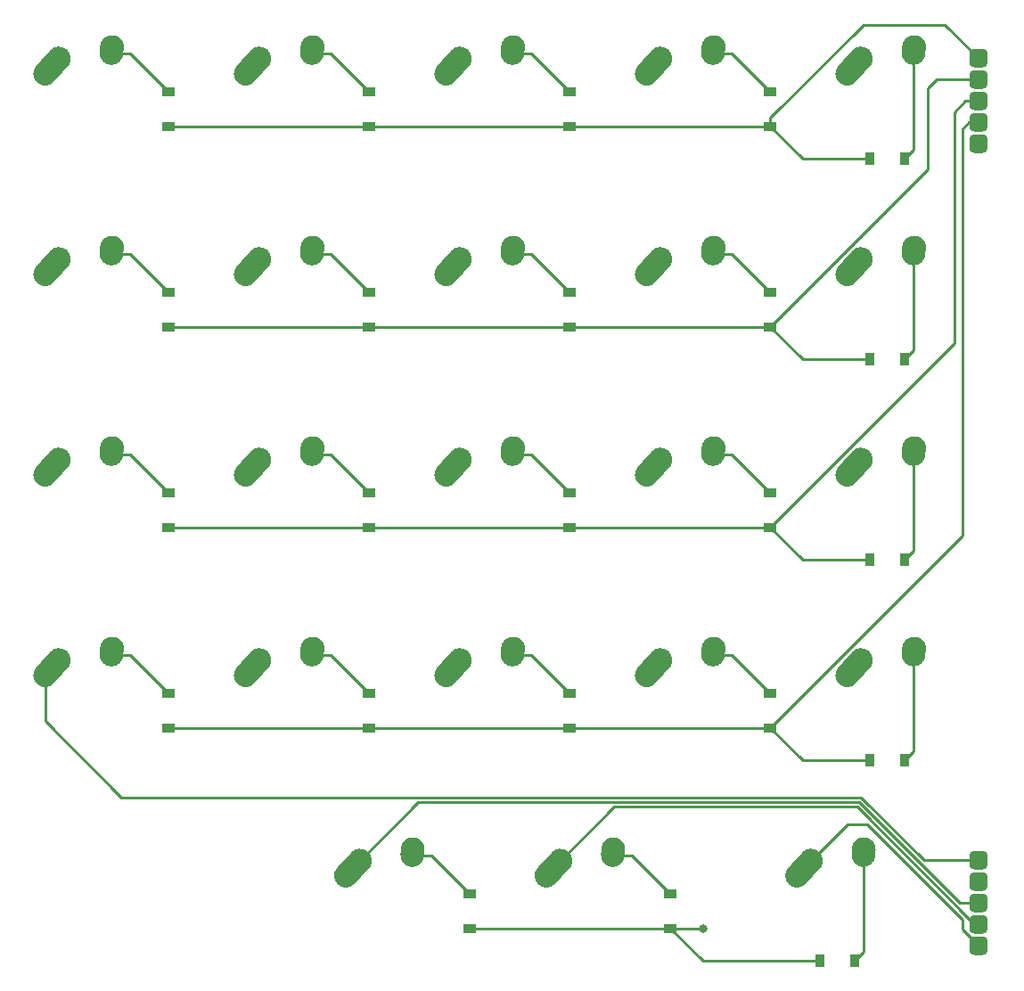
<source format=gbl>
%TF.GenerationSoftware,KiCad,Pcbnew,(5.1.12)-1*%
%TF.CreationDate,2022-01-03T19:53:38-05:00*%
%TF.ProjectId,my-keeb-type-c-modular-1,6d792d6b-6565-4622-9d74-7970652d632d,rev?*%
%TF.SameCoordinates,Original*%
%TF.FileFunction,Copper,L2,Bot*%
%TF.FilePolarity,Positive*%
%FSLAX46Y46*%
G04 Gerber Fmt 4.6, Leading zero omitted, Abs format (unit mm)*
G04 Created by KiCad (PCBNEW (5.1.12)-1) date 2022-01-03 19:53:38*
%MOMM*%
%LPD*%
G01*
G04 APERTURE LIST*
%TA.AperFunction,ComponentPad*%
%ADD10C,2.250000*%
%TD*%
%TA.AperFunction,SMDPad,CuDef*%
%ADD11R,0.900000X1.200000*%
%TD*%
%TA.AperFunction,SMDPad,CuDef*%
%ADD12R,1.200000X0.900000*%
%TD*%
%TA.AperFunction,ViaPad*%
%ADD13C,0.800000*%
%TD*%
%TA.AperFunction,Conductor*%
%ADD14C,0.254000*%
%TD*%
G04 APERTURE END LIST*
D10*
%TO.P,MX21,1*%
%TO.N,COL4*%
X104656250Y-65056250D03*
%TA.AperFunction,ComponentPad*%
G36*
G01*
X102594938Y-67353600D02*
X102594933Y-67353595D01*
G75*
G02*
X102508905Y-65764933I751317J837345D01*
G01*
X103818907Y-64304933D01*
G75*
G02*
X105407569Y-64218905I837345J-751317D01*
G01*
X105407569Y-64218905D01*
G75*
G02*
X105493597Y-65807567I-751317J-837345D01*
G01*
X104183595Y-67267567D01*
G75*
G02*
X102594933Y-67353595I-837345J751317D01*
G01*
G37*
%TD.AperFunction*%
%TO.P,MX21,2*%
%TO.N,Net-(D21-Pad2)*%
X109696250Y-63976250D03*
%TA.AperFunction,ComponentPad*%
G36*
G01*
X109579733Y-65678645D02*
X109578847Y-65678584D01*
G75*
G02*
X108533916Y-64478847I77403J1122334D01*
G01*
X108573916Y-63898847D01*
G75*
G02*
X109773653Y-62853916I1122334J-77403D01*
G01*
X109773653Y-62853916D01*
G75*
G02*
X110818584Y-64053653I-77403J-1122334D01*
G01*
X110778584Y-64633653D01*
G75*
G02*
X109578847Y-65678584I-1122334J77403D01*
G01*
G37*
%TD.AperFunction*%
%TD*%
%TO.P,M2,1*%
%TO.N,COL0*%
%TA.AperFunction,ComponentPad*%
G36*
G01*
X114947700Y-103562150D02*
X114947700Y-102685850D01*
G75*
G02*
X115385850Y-102247700I438150J0D01*
G01*
X116262150Y-102247700D01*
G75*
G02*
X116700300Y-102685850I0J-438150D01*
G01*
X116700300Y-103562150D01*
G75*
G02*
X116262150Y-104000300I-438150J0D01*
G01*
X115385850Y-104000300D01*
G75*
G02*
X114947700Y-103562150I0J438150D01*
G01*
G37*
%TD.AperFunction*%
%TO.P,M2,2*%
%TO.N,COL1*%
%TA.AperFunction,ComponentPad*%
G36*
G01*
X114947700Y-105594150D02*
X114947700Y-104717850D01*
G75*
G02*
X115385850Y-104279700I438150J0D01*
G01*
X116262150Y-104279700D01*
G75*
G02*
X116700300Y-104717850I0J-438150D01*
G01*
X116700300Y-105594150D01*
G75*
G02*
X116262150Y-106032300I-438150J0D01*
G01*
X115385850Y-106032300D01*
G75*
G02*
X114947700Y-105594150I0J438150D01*
G01*
G37*
%TD.AperFunction*%
%TO.P,M2,3*%
%TO.N,COL2*%
%TA.AperFunction,ComponentPad*%
G36*
G01*
X114947700Y-107626150D02*
X114947700Y-106749850D01*
G75*
G02*
X115385850Y-106311700I438150J0D01*
G01*
X116262150Y-106311700D01*
G75*
G02*
X116700300Y-106749850I0J-438150D01*
G01*
X116700300Y-107626150D01*
G75*
G02*
X116262150Y-108064300I-438150J0D01*
G01*
X115385850Y-108064300D01*
G75*
G02*
X114947700Y-107626150I0J438150D01*
G01*
G37*
%TD.AperFunction*%
%TO.P,M2,4*%
%TO.N,COL3*%
%TA.AperFunction,ComponentPad*%
G36*
G01*
X114947700Y-109658150D02*
X114947700Y-108781850D01*
G75*
G02*
X115385850Y-108343700I438150J0D01*
G01*
X116262150Y-108343700D01*
G75*
G02*
X116700300Y-108781850I0J-438150D01*
G01*
X116700300Y-109658150D01*
G75*
G02*
X116262150Y-110096300I-438150J0D01*
G01*
X115385850Y-110096300D01*
G75*
G02*
X114947700Y-109658150I0J438150D01*
G01*
G37*
%TD.AperFunction*%
%TO.P,M2,5*%
%TO.N,COL4*%
%TA.AperFunction,ComponentPad*%
G36*
G01*
X114947700Y-111690150D02*
X114947700Y-110813850D01*
G75*
G02*
X115385850Y-110375700I438150J0D01*
G01*
X116262150Y-110375700D01*
G75*
G02*
X116700300Y-110813850I0J-438150D01*
G01*
X116700300Y-111690150D01*
G75*
G02*
X116262150Y-112128300I-438150J0D01*
G01*
X115385850Y-112128300D01*
G75*
G02*
X114947700Y-111690150I0J438150D01*
G01*
G37*
%TD.AperFunction*%
%TD*%
%TO.P,M1,5*%
%TO.N,ROW4*%
%TA.AperFunction,ComponentPad*%
G36*
G01*
X114947700Y-35490150D02*
X114947700Y-34613850D01*
G75*
G02*
X115385850Y-34175700I438150J0D01*
G01*
X116262150Y-34175700D01*
G75*
G02*
X116700300Y-34613850I0J-438150D01*
G01*
X116700300Y-35490150D01*
G75*
G02*
X116262150Y-35928300I-438150J0D01*
G01*
X115385850Y-35928300D01*
G75*
G02*
X114947700Y-35490150I0J438150D01*
G01*
G37*
%TD.AperFunction*%
%TO.P,M1,4*%
%TO.N,ROW3*%
%TA.AperFunction,ComponentPad*%
G36*
G01*
X114947700Y-33458150D02*
X114947700Y-32581850D01*
G75*
G02*
X115385850Y-32143700I438150J0D01*
G01*
X116262150Y-32143700D01*
G75*
G02*
X116700300Y-32581850I0J-438150D01*
G01*
X116700300Y-33458150D01*
G75*
G02*
X116262150Y-33896300I-438150J0D01*
G01*
X115385850Y-33896300D01*
G75*
G02*
X114947700Y-33458150I0J438150D01*
G01*
G37*
%TD.AperFunction*%
%TO.P,M1,3*%
%TO.N,ROW2*%
%TA.AperFunction,ComponentPad*%
G36*
G01*
X114947700Y-31426150D02*
X114947700Y-30549850D01*
G75*
G02*
X115385850Y-30111700I438150J0D01*
G01*
X116262150Y-30111700D01*
G75*
G02*
X116700300Y-30549850I0J-438150D01*
G01*
X116700300Y-31426150D01*
G75*
G02*
X116262150Y-31864300I-438150J0D01*
G01*
X115385850Y-31864300D01*
G75*
G02*
X114947700Y-31426150I0J438150D01*
G01*
G37*
%TD.AperFunction*%
%TO.P,M1,2*%
%TO.N,ROW1*%
%TA.AperFunction,ComponentPad*%
G36*
G01*
X114947700Y-29394150D02*
X114947700Y-28517850D01*
G75*
G02*
X115385850Y-28079700I438150J0D01*
G01*
X116262150Y-28079700D01*
G75*
G02*
X116700300Y-28517850I0J-438150D01*
G01*
X116700300Y-29394150D01*
G75*
G02*
X116262150Y-29832300I-438150J0D01*
G01*
X115385850Y-29832300D01*
G75*
G02*
X114947700Y-29394150I0J438150D01*
G01*
G37*
%TD.AperFunction*%
%TO.P,M1,1*%
%TO.N,ROW0*%
%TA.AperFunction,ComponentPad*%
G36*
G01*
X114947700Y-27362150D02*
X114947700Y-26485850D01*
G75*
G02*
X115385850Y-26047700I438150J0D01*
G01*
X116262150Y-26047700D01*
G75*
G02*
X116700300Y-26485850I0J-438150D01*
G01*
X116700300Y-27362150D01*
G75*
G02*
X116262150Y-27800300I-438150J0D01*
G01*
X115385850Y-27800300D01*
G75*
G02*
X114947700Y-27362150I0J438150D01*
G01*
G37*
%TD.AperFunction*%
%TD*%
%TO.P,MX19,1*%
%TO.N,COL4*%
X104656250Y-26956250D03*
%TA.AperFunction,ComponentPad*%
G36*
G01*
X102594938Y-29253600D02*
X102594933Y-29253595D01*
G75*
G02*
X102508905Y-27664933I751317J837345D01*
G01*
X103818907Y-26204933D01*
G75*
G02*
X105407569Y-26118905I837345J-751317D01*
G01*
X105407569Y-26118905D01*
G75*
G02*
X105493597Y-27707567I-751317J-837345D01*
G01*
X104183595Y-29167567D01*
G75*
G02*
X102594933Y-29253595I-837345J751317D01*
G01*
G37*
%TD.AperFunction*%
%TO.P,MX19,2*%
%TO.N,Net-(D19-Pad2)*%
X109696250Y-25876250D03*
%TA.AperFunction,ComponentPad*%
G36*
G01*
X109579733Y-27578645D02*
X109578847Y-27578584D01*
G75*
G02*
X108533916Y-26378847I77403J1122334D01*
G01*
X108573916Y-25798847D01*
G75*
G02*
X109773653Y-24753916I1122334J-77403D01*
G01*
X109773653Y-24753916D01*
G75*
G02*
X110818584Y-25953653I-77403J-1122334D01*
G01*
X110778584Y-26533653D01*
G75*
G02*
X109578847Y-27578584I-1122334J77403D01*
G01*
G37*
%TD.AperFunction*%
%TD*%
%TO.P,MX18,1*%
%TO.N,COL3*%
X76081250Y-103156250D03*
%TA.AperFunction,ComponentPad*%
G36*
G01*
X74019938Y-105453600D02*
X74019933Y-105453595D01*
G75*
G02*
X73933905Y-103864933I751317J837345D01*
G01*
X75243907Y-102404933D01*
G75*
G02*
X76832569Y-102318905I837345J-751317D01*
G01*
X76832569Y-102318905D01*
G75*
G02*
X76918597Y-103907567I-751317J-837345D01*
G01*
X75608595Y-105367567D01*
G75*
G02*
X74019933Y-105453595I-837345J751317D01*
G01*
G37*
%TD.AperFunction*%
%TO.P,MX18,2*%
%TO.N,Net-(D18-Pad2)*%
X81121250Y-102076250D03*
%TA.AperFunction,ComponentPad*%
G36*
G01*
X81004733Y-103778645D02*
X81003847Y-103778584D01*
G75*
G02*
X79958916Y-102578847I77403J1122334D01*
G01*
X79998916Y-101998847D01*
G75*
G02*
X81198653Y-100953916I1122334J-77403D01*
G01*
X81198653Y-100953916D01*
G75*
G02*
X82243584Y-102153653I-77403J-1122334D01*
G01*
X82203584Y-102733653D01*
G75*
G02*
X81003847Y-103778584I-1122334J77403D01*
G01*
G37*
%TD.AperFunction*%
%TD*%
%TO.P,MX23,1*%
%TO.N,COL4*%
X99893750Y-103156250D03*
%TA.AperFunction,ComponentPad*%
G36*
G01*
X97832438Y-105453600D02*
X97832433Y-105453595D01*
G75*
G02*
X97746405Y-103864933I751317J837345D01*
G01*
X99056407Y-102404933D01*
G75*
G02*
X100645069Y-102318905I837345J-751317D01*
G01*
X100645069Y-102318905D01*
G75*
G02*
X100731097Y-103907567I-751317J-837345D01*
G01*
X99421095Y-105367567D01*
G75*
G02*
X97832433Y-105453595I-837345J751317D01*
G01*
G37*
%TD.AperFunction*%
%TO.P,MX23,2*%
%TO.N,Net-(D23-Pad2)*%
X104933750Y-102076250D03*
%TA.AperFunction,ComponentPad*%
G36*
G01*
X104817233Y-103778645D02*
X104816347Y-103778584D01*
G75*
G02*
X103771416Y-102578847I77403J1122334D01*
G01*
X103811416Y-101998847D01*
G75*
G02*
X105011153Y-100953916I1122334J-77403D01*
G01*
X105011153Y-100953916D01*
G75*
G02*
X106056084Y-102153653I-77403J-1122334D01*
G01*
X106016084Y-102733653D01*
G75*
G02*
X104816347Y-103778584I-1122334J77403D01*
G01*
G37*
%TD.AperFunction*%
%TD*%
%TO.P,MX22,1*%
%TO.N,COL4*%
X104656250Y-84106250D03*
%TA.AperFunction,ComponentPad*%
G36*
G01*
X102594938Y-86403600D02*
X102594933Y-86403595D01*
G75*
G02*
X102508905Y-84814933I751317J837345D01*
G01*
X103818907Y-83354933D01*
G75*
G02*
X105407569Y-83268905I837345J-751317D01*
G01*
X105407569Y-83268905D01*
G75*
G02*
X105493597Y-84857567I-751317J-837345D01*
G01*
X104183595Y-86317567D01*
G75*
G02*
X102594933Y-86403595I-837345J751317D01*
G01*
G37*
%TD.AperFunction*%
%TO.P,MX22,2*%
%TO.N,Net-(D22-Pad2)*%
X109696250Y-83026250D03*
%TA.AperFunction,ComponentPad*%
G36*
G01*
X109579733Y-84728645D02*
X109578847Y-84728584D01*
G75*
G02*
X108533916Y-83528847I77403J1122334D01*
G01*
X108573916Y-82948847D01*
G75*
G02*
X109773653Y-81903916I1122334J-77403D01*
G01*
X109773653Y-81903916D01*
G75*
G02*
X110818584Y-83103653I-77403J-1122334D01*
G01*
X110778584Y-83683653D01*
G75*
G02*
X109578847Y-84728584I-1122334J77403D01*
G01*
G37*
%TD.AperFunction*%
%TD*%
%TO.P,MX20,1*%
%TO.N,COL4*%
X104656250Y-46006250D03*
%TA.AperFunction,ComponentPad*%
G36*
G01*
X102594938Y-48303600D02*
X102594933Y-48303595D01*
G75*
G02*
X102508905Y-46714933I751317J837345D01*
G01*
X103818907Y-45254933D01*
G75*
G02*
X105407569Y-45168905I837345J-751317D01*
G01*
X105407569Y-45168905D01*
G75*
G02*
X105493597Y-46757567I-751317J-837345D01*
G01*
X104183595Y-48217567D01*
G75*
G02*
X102594933Y-48303595I-837345J751317D01*
G01*
G37*
%TD.AperFunction*%
%TO.P,MX20,2*%
%TO.N,Net-(D20-Pad2)*%
X109696250Y-44926250D03*
%TA.AperFunction,ComponentPad*%
G36*
G01*
X109579733Y-46628645D02*
X109578847Y-46628584D01*
G75*
G02*
X108533916Y-45428847I77403J1122334D01*
G01*
X108573916Y-44848847D01*
G75*
G02*
X109773653Y-43803916I1122334J-77403D01*
G01*
X109773653Y-43803916D01*
G75*
G02*
X110818584Y-45003653I-77403J-1122334D01*
G01*
X110778584Y-45583653D01*
G75*
G02*
X109578847Y-46628584I-1122334J77403D01*
G01*
G37*
%TD.AperFunction*%
%TD*%
%TO.P,MX17,1*%
%TO.N,COL3*%
X85606250Y-84106250D03*
%TA.AperFunction,ComponentPad*%
G36*
G01*
X83544938Y-86403600D02*
X83544933Y-86403595D01*
G75*
G02*
X83458905Y-84814933I751317J837345D01*
G01*
X84768907Y-83354933D01*
G75*
G02*
X86357569Y-83268905I837345J-751317D01*
G01*
X86357569Y-83268905D01*
G75*
G02*
X86443597Y-84857567I-751317J-837345D01*
G01*
X85133595Y-86317567D01*
G75*
G02*
X83544933Y-86403595I-837345J751317D01*
G01*
G37*
%TD.AperFunction*%
%TO.P,MX17,2*%
%TO.N,Net-(D17-Pad2)*%
X90646250Y-83026250D03*
%TA.AperFunction,ComponentPad*%
G36*
G01*
X90529733Y-84728645D02*
X90528847Y-84728584D01*
G75*
G02*
X89483916Y-83528847I77403J1122334D01*
G01*
X89523916Y-82948847D01*
G75*
G02*
X90723653Y-81903916I1122334J-77403D01*
G01*
X90723653Y-81903916D01*
G75*
G02*
X91768584Y-83103653I-77403J-1122334D01*
G01*
X91728584Y-83683653D01*
G75*
G02*
X90528847Y-84728584I-1122334J77403D01*
G01*
G37*
%TD.AperFunction*%
%TD*%
%TO.P,MX16,1*%
%TO.N,COL3*%
X85606250Y-65056250D03*
%TA.AperFunction,ComponentPad*%
G36*
G01*
X83544938Y-67353600D02*
X83544933Y-67353595D01*
G75*
G02*
X83458905Y-65764933I751317J837345D01*
G01*
X84768907Y-64304933D01*
G75*
G02*
X86357569Y-64218905I837345J-751317D01*
G01*
X86357569Y-64218905D01*
G75*
G02*
X86443597Y-65807567I-751317J-837345D01*
G01*
X85133595Y-67267567D01*
G75*
G02*
X83544933Y-67353595I-837345J751317D01*
G01*
G37*
%TD.AperFunction*%
%TO.P,MX16,2*%
%TO.N,Net-(D16-Pad2)*%
X90646250Y-63976250D03*
%TA.AperFunction,ComponentPad*%
G36*
G01*
X90529733Y-65678645D02*
X90528847Y-65678584D01*
G75*
G02*
X89483916Y-64478847I77403J1122334D01*
G01*
X89523916Y-63898847D01*
G75*
G02*
X90723653Y-62853916I1122334J-77403D01*
G01*
X90723653Y-62853916D01*
G75*
G02*
X91768584Y-64053653I-77403J-1122334D01*
G01*
X91728584Y-64633653D01*
G75*
G02*
X90528847Y-65678584I-1122334J77403D01*
G01*
G37*
%TD.AperFunction*%
%TD*%
%TO.P,MX15,1*%
%TO.N,COL3*%
X85606250Y-46006250D03*
%TA.AperFunction,ComponentPad*%
G36*
G01*
X83544938Y-48303600D02*
X83544933Y-48303595D01*
G75*
G02*
X83458905Y-46714933I751317J837345D01*
G01*
X84768907Y-45254933D01*
G75*
G02*
X86357569Y-45168905I837345J-751317D01*
G01*
X86357569Y-45168905D01*
G75*
G02*
X86443597Y-46757567I-751317J-837345D01*
G01*
X85133595Y-48217567D01*
G75*
G02*
X83544933Y-48303595I-837345J751317D01*
G01*
G37*
%TD.AperFunction*%
%TO.P,MX15,2*%
%TO.N,Net-(D15-Pad2)*%
X90646250Y-44926250D03*
%TA.AperFunction,ComponentPad*%
G36*
G01*
X90529733Y-46628645D02*
X90528847Y-46628584D01*
G75*
G02*
X89483916Y-45428847I77403J1122334D01*
G01*
X89523916Y-44848847D01*
G75*
G02*
X90723653Y-43803916I1122334J-77403D01*
G01*
X90723653Y-43803916D01*
G75*
G02*
X91768584Y-45003653I-77403J-1122334D01*
G01*
X91728584Y-45583653D01*
G75*
G02*
X90528847Y-46628584I-1122334J77403D01*
G01*
G37*
%TD.AperFunction*%
%TD*%
%TO.P,MX14,1*%
%TO.N,COL3*%
X85606250Y-26956250D03*
%TA.AperFunction,ComponentPad*%
G36*
G01*
X83544938Y-29253600D02*
X83544933Y-29253595D01*
G75*
G02*
X83458905Y-27664933I751317J837345D01*
G01*
X84768907Y-26204933D01*
G75*
G02*
X86357569Y-26118905I837345J-751317D01*
G01*
X86357569Y-26118905D01*
G75*
G02*
X86443597Y-27707567I-751317J-837345D01*
G01*
X85133595Y-29167567D01*
G75*
G02*
X83544933Y-29253595I-837345J751317D01*
G01*
G37*
%TD.AperFunction*%
%TO.P,MX14,2*%
%TO.N,Net-(D14-Pad2)*%
X90646250Y-25876250D03*
%TA.AperFunction,ComponentPad*%
G36*
G01*
X90529733Y-27578645D02*
X90528847Y-27578584D01*
G75*
G02*
X89483916Y-26378847I77403J1122334D01*
G01*
X89523916Y-25798847D01*
G75*
G02*
X90723653Y-24753916I1122334J-77403D01*
G01*
X90723653Y-24753916D01*
G75*
G02*
X91768584Y-25953653I-77403J-1122334D01*
G01*
X91728584Y-26533653D01*
G75*
G02*
X90528847Y-27578584I-1122334J77403D01*
G01*
G37*
%TD.AperFunction*%
%TD*%
%TO.P,MX13,1*%
%TO.N,COL2*%
X57031250Y-103156250D03*
%TA.AperFunction,ComponentPad*%
G36*
G01*
X54969938Y-105453600D02*
X54969933Y-105453595D01*
G75*
G02*
X54883905Y-103864933I751317J837345D01*
G01*
X56193907Y-102404933D01*
G75*
G02*
X57782569Y-102318905I837345J-751317D01*
G01*
X57782569Y-102318905D01*
G75*
G02*
X57868597Y-103907567I-751317J-837345D01*
G01*
X56558595Y-105367567D01*
G75*
G02*
X54969933Y-105453595I-837345J751317D01*
G01*
G37*
%TD.AperFunction*%
%TO.P,MX13,2*%
%TO.N,Net-(D13-Pad2)*%
X62071250Y-102076250D03*
%TA.AperFunction,ComponentPad*%
G36*
G01*
X61954733Y-103778645D02*
X61953847Y-103778584D01*
G75*
G02*
X60908916Y-102578847I77403J1122334D01*
G01*
X60948916Y-101998847D01*
G75*
G02*
X62148653Y-100953916I1122334J-77403D01*
G01*
X62148653Y-100953916D01*
G75*
G02*
X63193584Y-102153653I-77403J-1122334D01*
G01*
X63153584Y-102733653D01*
G75*
G02*
X61953847Y-103778584I-1122334J77403D01*
G01*
G37*
%TD.AperFunction*%
%TD*%
%TO.P,MX12,1*%
%TO.N,COL2*%
X66556250Y-84106250D03*
%TA.AperFunction,ComponentPad*%
G36*
G01*
X64494938Y-86403600D02*
X64494933Y-86403595D01*
G75*
G02*
X64408905Y-84814933I751317J837345D01*
G01*
X65718907Y-83354933D01*
G75*
G02*
X67307569Y-83268905I837345J-751317D01*
G01*
X67307569Y-83268905D01*
G75*
G02*
X67393597Y-84857567I-751317J-837345D01*
G01*
X66083595Y-86317567D01*
G75*
G02*
X64494933Y-86403595I-837345J751317D01*
G01*
G37*
%TD.AperFunction*%
%TO.P,MX12,2*%
%TO.N,Net-(D12-Pad2)*%
X71596250Y-83026250D03*
%TA.AperFunction,ComponentPad*%
G36*
G01*
X71479733Y-84728645D02*
X71478847Y-84728584D01*
G75*
G02*
X70433916Y-83528847I77403J1122334D01*
G01*
X70473916Y-82948847D01*
G75*
G02*
X71673653Y-81903916I1122334J-77403D01*
G01*
X71673653Y-81903916D01*
G75*
G02*
X72718584Y-83103653I-77403J-1122334D01*
G01*
X72678584Y-83683653D01*
G75*
G02*
X71478847Y-84728584I-1122334J77403D01*
G01*
G37*
%TD.AperFunction*%
%TD*%
%TO.P,MX11,1*%
%TO.N,COL2*%
X66556250Y-65056250D03*
%TA.AperFunction,ComponentPad*%
G36*
G01*
X64494938Y-67353600D02*
X64494933Y-67353595D01*
G75*
G02*
X64408905Y-65764933I751317J837345D01*
G01*
X65718907Y-64304933D01*
G75*
G02*
X67307569Y-64218905I837345J-751317D01*
G01*
X67307569Y-64218905D01*
G75*
G02*
X67393597Y-65807567I-751317J-837345D01*
G01*
X66083595Y-67267567D01*
G75*
G02*
X64494933Y-67353595I-837345J751317D01*
G01*
G37*
%TD.AperFunction*%
%TO.P,MX11,2*%
%TO.N,Net-(D11-Pad2)*%
X71596250Y-63976250D03*
%TA.AperFunction,ComponentPad*%
G36*
G01*
X71479733Y-65678645D02*
X71478847Y-65678584D01*
G75*
G02*
X70433916Y-64478847I77403J1122334D01*
G01*
X70473916Y-63898847D01*
G75*
G02*
X71673653Y-62853916I1122334J-77403D01*
G01*
X71673653Y-62853916D01*
G75*
G02*
X72718584Y-64053653I-77403J-1122334D01*
G01*
X72678584Y-64633653D01*
G75*
G02*
X71478847Y-65678584I-1122334J77403D01*
G01*
G37*
%TD.AperFunction*%
%TD*%
%TO.P,MX10,1*%
%TO.N,COL2*%
X66556250Y-46006250D03*
%TA.AperFunction,ComponentPad*%
G36*
G01*
X64494938Y-48303600D02*
X64494933Y-48303595D01*
G75*
G02*
X64408905Y-46714933I751317J837345D01*
G01*
X65718907Y-45254933D01*
G75*
G02*
X67307569Y-45168905I837345J-751317D01*
G01*
X67307569Y-45168905D01*
G75*
G02*
X67393597Y-46757567I-751317J-837345D01*
G01*
X66083595Y-48217567D01*
G75*
G02*
X64494933Y-48303595I-837345J751317D01*
G01*
G37*
%TD.AperFunction*%
%TO.P,MX10,2*%
%TO.N,Net-(D10-Pad2)*%
X71596250Y-44926250D03*
%TA.AperFunction,ComponentPad*%
G36*
G01*
X71479733Y-46628645D02*
X71478847Y-46628584D01*
G75*
G02*
X70433916Y-45428847I77403J1122334D01*
G01*
X70473916Y-44848847D01*
G75*
G02*
X71673653Y-43803916I1122334J-77403D01*
G01*
X71673653Y-43803916D01*
G75*
G02*
X72718584Y-45003653I-77403J-1122334D01*
G01*
X72678584Y-45583653D01*
G75*
G02*
X71478847Y-46628584I-1122334J77403D01*
G01*
G37*
%TD.AperFunction*%
%TD*%
%TO.P,MX9,1*%
%TO.N,COL2*%
X66556250Y-26956250D03*
%TA.AperFunction,ComponentPad*%
G36*
G01*
X64494938Y-29253600D02*
X64494933Y-29253595D01*
G75*
G02*
X64408905Y-27664933I751317J837345D01*
G01*
X65718907Y-26204933D01*
G75*
G02*
X67307569Y-26118905I837345J-751317D01*
G01*
X67307569Y-26118905D01*
G75*
G02*
X67393597Y-27707567I-751317J-837345D01*
G01*
X66083595Y-29167567D01*
G75*
G02*
X64494933Y-29253595I-837345J751317D01*
G01*
G37*
%TD.AperFunction*%
%TO.P,MX9,2*%
%TO.N,Net-(D9-Pad2)*%
X71596250Y-25876250D03*
%TA.AperFunction,ComponentPad*%
G36*
G01*
X71479733Y-27578645D02*
X71478847Y-27578584D01*
G75*
G02*
X70433916Y-26378847I77403J1122334D01*
G01*
X70473916Y-25798847D01*
G75*
G02*
X71673653Y-24753916I1122334J-77403D01*
G01*
X71673653Y-24753916D01*
G75*
G02*
X72718584Y-25953653I-77403J-1122334D01*
G01*
X72678584Y-26533653D01*
G75*
G02*
X71478847Y-27578584I-1122334J77403D01*
G01*
G37*
%TD.AperFunction*%
%TD*%
%TO.P,MX8,1*%
%TO.N,COL1*%
X47506250Y-84106250D03*
%TA.AperFunction,ComponentPad*%
G36*
G01*
X45444938Y-86403600D02*
X45444933Y-86403595D01*
G75*
G02*
X45358905Y-84814933I751317J837345D01*
G01*
X46668907Y-83354933D01*
G75*
G02*
X48257569Y-83268905I837345J-751317D01*
G01*
X48257569Y-83268905D01*
G75*
G02*
X48343597Y-84857567I-751317J-837345D01*
G01*
X47033595Y-86317567D01*
G75*
G02*
X45444933Y-86403595I-837345J751317D01*
G01*
G37*
%TD.AperFunction*%
%TO.P,MX8,2*%
%TO.N,Net-(D8-Pad2)*%
X52546250Y-83026250D03*
%TA.AperFunction,ComponentPad*%
G36*
G01*
X52429733Y-84728645D02*
X52428847Y-84728584D01*
G75*
G02*
X51383916Y-83528847I77403J1122334D01*
G01*
X51423916Y-82948847D01*
G75*
G02*
X52623653Y-81903916I1122334J-77403D01*
G01*
X52623653Y-81903916D01*
G75*
G02*
X53668584Y-83103653I-77403J-1122334D01*
G01*
X53628584Y-83683653D01*
G75*
G02*
X52428847Y-84728584I-1122334J77403D01*
G01*
G37*
%TD.AperFunction*%
%TD*%
%TO.P,MX7,1*%
%TO.N,COL1*%
X47506250Y-65056250D03*
%TA.AperFunction,ComponentPad*%
G36*
G01*
X45444938Y-67353600D02*
X45444933Y-67353595D01*
G75*
G02*
X45358905Y-65764933I751317J837345D01*
G01*
X46668907Y-64304933D01*
G75*
G02*
X48257569Y-64218905I837345J-751317D01*
G01*
X48257569Y-64218905D01*
G75*
G02*
X48343597Y-65807567I-751317J-837345D01*
G01*
X47033595Y-67267567D01*
G75*
G02*
X45444933Y-67353595I-837345J751317D01*
G01*
G37*
%TD.AperFunction*%
%TO.P,MX7,2*%
%TO.N,Net-(D7-Pad2)*%
X52546250Y-63976250D03*
%TA.AperFunction,ComponentPad*%
G36*
G01*
X52429733Y-65678645D02*
X52428847Y-65678584D01*
G75*
G02*
X51383916Y-64478847I77403J1122334D01*
G01*
X51423916Y-63898847D01*
G75*
G02*
X52623653Y-62853916I1122334J-77403D01*
G01*
X52623653Y-62853916D01*
G75*
G02*
X53668584Y-64053653I-77403J-1122334D01*
G01*
X53628584Y-64633653D01*
G75*
G02*
X52428847Y-65678584I-1122334J77403D01*
G01*
G37*
%TD.AperFunction*%
%TD*%
%TO.P,MX6,1*%
%TO.N,COL1*%
X47506250Y-46006250D03*
%TA.AperFunction,ComponentPad*%
G36*
G01*
X45444938Y-48303600D02*
X45444933Y-48303595D01*
G75*
G02*
X45358905Y-46714933I751317J837345D01*
G01*
X46668907Y-45254933D01*
G75*
G02*
X48257569Y-45168905I837345J-751317D01*
G01*
X48257569Y-45168905D01*
G75*
G02*
X48343597Y-46757567I-751317J-837345D01*
G01*
X47033595Y-48217567D01*
G75*
G02*
X45444933Y-48303595I-837345J751317D01*
G01*
G37*
%TD.AperFunction*%
%TO.P,MX6,2*%
%TO.N,Net-(D6-Pad2)*%
X52546250Y-44926250D03*
%TA.AperFunction,ComponentPad*%
G36*
G01*
X52429733Y-46628645D02*
X52428847Y-46628584D01*
G75*
G02*
X51383916Y-45428847I77403J1122334D01*
G01*
X51423916Y-44848847D01*
G75*
G02*
X52623653Y-43803916I1122334J-77403D01*
G01*
X52623653Y-43803916D01*
G75*
G02*
X53668584Y-45003653I-77403J-1122334D01*
G01*
X53628584Y-45583653D01*
G75*
G02*
X52428847Y-46628584I-1122334J77403D01*
G01*
G37*
%TD.AperFunction*%
%TD*%
%TO.P,MX5,1*%
%TO.N,COL1*%
X47506250Y-26956250D03*
%TA.AperFunction,ComponentPad*%
G36*
G01*
X45444938Y-29253600D02*
X45444933Y-29253595D01*
G75*
G02*
X45358905Y-27664933I751317J837345D01*
G01*
X46668907Y-26204933D01*
G75*
G02*
X48257569Y-26118905I837345J-751317D01*
G01*
X48257569Y-26118905D01*
G75*
G02*
X48343597Y-27707567I-751317J-837345D01*
G01*
X47033595Y-29167567D01*
G75*
G02*
X45444933Y-29253595I-837345J751317D01*
G01*
G37*
%TD.AperFunction*%
%TO.P,MX5,2*%
%TO.N,Net-(D5-Pad2)*%
X52546250Y-25876250D03*
%TA.AperFunction,ComponentPad*%
G36*
G01*
X52429733Y-27578645D02*
X52428847Y-27578584D01*
G75*
G02*
X51383916Y-26378847I77403J1122334D01*
G01*
X51423916Y-25798847D01*
G75*
G02*
X52623653Y-24753916I1122334J-77403D01*
G01*
X52623653Y-24753916D01*
G75*
G02*
X53668584Y-25953653I-77403J-1122334D01*
G01*
X53628584Y-26533653D01*
G75*
G02*
X52428847Y-27578584I-1122334J77403D01*
G01*
G37*
%TD.AperFunction*%
%TD*%
%TO.P,MX4,1*%
%TO.N,COL0*%
X28456250Y-84106250D03*
%TA.AperFunction,ComponentPad*%
G36*
G01*
X26394938Y-86403600D02*
X26394933Y-86403595D01*
G75*
G02*
X26308905Y-84814933I751317J837345D01*
G01*
X27618907Y-83354933D01*
G75*
G02*
X29207569Y-83268905I837345J-751317D01*
G01*
X29207569Y-83268905D01*
G75*
G02*
X29293597Y-84857567I-751317J-837345D01*
G01*
X27983595Y-86317567D01*
G75*
G02*
X26394933Y-86403595I-837345J751317D01*
G01*
G37*
%TD.AperFunction*%
%TO.P,MX4,2*%
%TO.N,Net-(D4-Pad2)*%
X33496250Y-83026250D03*
%TA.AperFunction,ComponentPad*%
G36*
G01*
X33379733Y-84728645D02*
X33378847Y-84728584D01*
G75*
G02*
X32333916Y-83528847I77403J1122334D01*
G01*
X32373916Y-82948847D01*
G75*
G02*
X33573653Y-81903916I1122334J-77403D01*
G01*
X33573653Y-81903916D01*
G75*
G02*
X34618584Y-83103653I-77403J-1122334D01*
G01*
X34578584Y-83683653D01*
G75*
G02*
X33378847Y-84728584I-1122334J77403D01*
G01*
G37*
%TD.AperFunction*%
%TD*%
%TO.P,MX3,1*%
%TO.N,COL0*%
X28456250Y-65056250D03*
%TA.AperFunction,ComponentPad*%
G36*
G01*
X26394938Y-67353600D02*
X26394933Y-67353595D01*
G75*
G02*
X26308905Y-65764933I751317J837345D01*
G01*
X27618907Y-64304933D01*
G75*
G02*
X29207569Y-64218905I837345J-751317D01*
G01*
X29207569Y-64218905D01*
G75*
G02*
X29293597Y-65807567I-751317J-837345D01*
G01*
X27983595Y-67267567D01*
G75*
G02*
X26394933Y-67353595I-837345J751317D01*
G01*
G37*
%TD.AperFunction*%
%TO.P,MX3,2*%
%TO.N,Net-(D3-Pad2)*%
X33496250Y-63976250D03*
%TA.AperFunction,ComponentPad*%
G36*
G01*
X33379733Y-65678645D02*
X33378847Y-65678584D01*
G75*
G02*
X32333916Y-64478847I77403J1122334D01*
G01*
X32373916Y-63898847D01*
G75*
G02*
X33573653Y-62853916I1122334J-77403D01*
G01*
X33573653Y-62853916D01*
G75*
G02*
X34618584Y-64053653I-77403J-1122334D01*
G01*
X34578584Y-64633653D01*
G75*
G02*
X33378847Y-65678584I-1122334J77403D01*
G01*
G37*
%TD.AperFunction*%
%TD*%
%TO.P,MX2,1*%
%TO.N,COL0*%
X28456250Y-46006250D03*
%TA.AperFunction,ComponentPad*%
G36*
G01*
X26394938Y-48303600D02*
X26394933Y-48303595D01*
G75*
G02*
X26308905Y-46714933I751317J837345D01*
G01*
X27618907Y-45254933D01*
G75*
G02*
X29207569Y-45168905I837345J-751317D01*
G01*
X29207569Y-45168905D01*
G75*
G02*
X29293597Y-46757567I-751317J-837345D01*
G01*
X27983595Y-48217567D01*
G75*
G02*
X26394933Y-48303595I-837345J751317D01*
G01*
G37*
%TD.AperFunction*%
%TO.P,MX2,2*%
%TO.N,Net-(D2-Pad2)*%
X33496250Y-44926250D03*
%TA.AperFunction,ComponentPad*%
G36*
G01*
X33379733Y-46628645D02*
X33378847Y-46628584D01*
G75*
G02*
X32333916Y-45428847I77403J1122334D01*
G01*
X32373916Y-44848847D01*
G75*
G02*
X33573653Y-43803916I1122334J-77403D01*
G01*
X33573653Y-43803916D01*
G75*
G02*
X34618584Y-45003653I-77403J-1122334D01*
G01*
X34578584Y-45583653D01*
G75*
G02*
X33378847Y-46628584I-1122334J77403D01*
G01*
G37*
%TD.AperFunction*%
%TD*%
%TO.P,MX1,1*%
%TO.N,COL0*%
X28456250Y-26956250D03*
%TA.AperFunction,ComponentPad*%
G36*
G01*
X26394938Y-29253600D02*
X26394933Y-29253595D01*
G75*
G02*
X26308905Y-27664933I751317J837345D01*
G01*
X27618907Y-26204933D01*
G75*
G02*
X29207569Y-26118905I837345J-751317D01*
G01*
X29207569Y-26118905D01*
G75*
G02*
X29293597Y-27707567I-751317J-837345D01*
G01*
X27983595Y-29167567D01*
G75*
G02*
X26394933Y-29253595I-837345J751317D01*
G01*
G37*
%TD.AperFunction*%
%TO.P,MX1,2*%
%TO.N,Net-(D1-Pad2)*%
X33496250Y-25876250D03*
%TA.AperFunction,ComponentPad*%
G36*
G01*
X33379733Y-27578645D02*
X33378847Y-27578584D01*
G75*
G02*
X32333916Y-26378847I77403J1122334D01*
G01*
X32373916Y-25798847D01*
G75*
G02*
X33573653Y-24753916I1122334J-77403D01*
G01*
X33573653Y-24753916D01*
G75*
G02*
X34618584Y-25953653I-77403J-1122334D01*
G01*
X34578584Y-26533653D01*
G75*
G02*
X33378847Y-27578584I-1122334J77403D01*
G01*
G37*
%TD.AperFunction*%
%TD*%
D11*
%TO.P,D23,2*%
%TO.N,Net-(D23-Pad2)*%
X104043750Y-112712500D03*
%TO.P,D23,1*%
%TO.N,ROW4*%
X100743750Y-112712500D03*
%TD*%
%TO.P,D22,2*%
%TO.N,Net-(D22-Pad2)*%
X108806250Y-93662500D03*
%TO.P,D22,1*%
%TO.N,ROW3*%
X105506250Y-93662500D03*
%TD*%
%TO.P,D21,2*%
%TO.N,Net-(D21-Pad2)*%
X108806250Y-74612500D03*
%TO.P,D21,1*%
%TO.N,ROW2*%
X105506250Y-74612500D03*
%TD*%
%TO.P,D20,2*%
%TO.N,Net-(D20-Pad2)*%
X108806250Y-55562500D03*
%TO.P,D20,1*%
%TO.N,ROW1*%
X105506250Y-55562500D03*
%TD*%
%TO.P,D19,2*%
%TO.N,Net-(D19-Pad2)*%
X108806250Y-36512500D03*
%TO.P,D19,1*%
%TO.N,ROW0*%
X105506250Y-36512500D03*
%TD*%
D12*
%TO.P,D18,2*%
%TO.N,Net-(D18-Pad2)*%
X86518750Y-106300000D03*
%TO.P,D18,1*%
%TO.N,ROW4*%
X86518750Y-109600000D03*
%TD*%
%TO.P,D17,2*%
%TO.N,Net-(D17-Pad2)*%
X96043750Y-87250000D03*
%TO.P,D17,1*%
%TO.N,ROW3*%
X96043750Y-90550000D03*
%TD*%
%TO.P,D16,2*%
%TO.N,Net-(D16-Pad2)*%
X96043750Y-68200000D03*
%TO.P,D16,1*%
%TO.N,ROW2*%
X96043750Y-71500000D03*
%TD*%
%TO.P,D15,2*%
%TO.N,Net-(D15-Pad2)*%
X96043750Y-49150000D03*
%TO.P,D15,1*%
%TO.N,ROW1*%
X96043750Y-52450000D03*
%TD*%
%TO.P,D14,2*%
%TO.N,Net-(D14-Pad2)*%
X96043750Y-30100000D03*
%TO.P,D14,1*%
%TO.N,ROW0*%
X96043750Y-33400000D03*
%TD*%
%TO.P,D13,2*%
%TO.N,Net-(D13-Pad2)*%
X67468750Y-106300000D03*
%TO.P,D13,1*%
%TO.N,ROW4*%
X67468750Y-109600000D03*
%TD*%
%TO.P,D12,2*%
%TO.N,Net-(D12-Pad2)*%
X76993750Y-87250000D03*
%TO.P,D12,1*%
%TO.N,ROW3*%
X76993750Y-90550000D03*
%TD*%
%TO.P,D11,2*%
%TO.N,Net-(D11-Pad2)*%
X76993750Y-68200000D03*
%TO.P,D11,1*%
%TO.N,ROW2*%
X76993750Y-71500000D03*
%TD*%
%TO.P,D10,2*%
%TO.N,Net-(D10-Pad2)*%
X76993750Y-49150000D03*
%TO.P,D10,1*%
%TO.N,ROW1*%
X76993750Y-52450000D03*
%TD*%
%TO.P,D9,2*%
%TO.N,Net-(D9-Pad2)*%
X76993750Y-30100000D03*
%TO.P,D9,1*%
%TO.N,ROW0*%
X76993750Y-33400000D03*
%TD*%
%TO.P,D8,2*%
%TO.N,Net-(D8-Pad2)*%
X57943750Y-87250000D03*
%TO.P,D8,1*%
%TO.N,ROW3*%
X57943750Y-90550000D03*
%TD*%
%TO.P,D7,2*%
%TO.N,Net-(D7-Pad2)*%
X57943750Y-68200000D03*
%TO.P,D7,1*%
%TO.N,ROW2*%
X57943750Y-71500000D03*
%TD*%
%TO.P,D6,2*%
%TO.N,Net-(D6-Pad2)*%
X57943750Y-49150000D03*
%TO.P,D6,1*%
%TO.N,ROW1*%
X57943750Y-52450000D03*
%TD*%
%TO.P,D5,2*%
%TO.N,Net-(D5-Pad2)*%
X57943750Y-30100000D03*
%TO.P,D5,1*%
%TO.N,ROW0*%
X57943750Y-33400000D03*
%TD*%
%TO.P,D4,2*%
%TO.N,Net-(D4-Pad2)*%
X38893750Y-87250000D03*
%TO.P,D4,1*%
%TO.N,ROW3*%
X38893750Y-90550000D03*
%TD*%
%TO.P,D3,2*%
%TO.N,Net-(D3-Pad2)*%
X38893750Y-68200000D03*
%TO.P,D3,1*%
%TO.N,ROW2*%
X38893750Y-71500000D03*
%TD*%
%TO.P,D2,2*%
%TO.N,Net-(D2-Pad2)*%
X38893750Y-49150000D03*
%TO.P,D2,1*%
%TO.N,ROW1*%
X38893750Y-52450000D03*
%TD*%
%TO.P,D1,2*%
%TO.N,Net-(D1-Pad2)*%
X38893750Y-30100000D03*
%TO.P,D1,1*%
%TO.N,ROW0*%
X38893750Y-33400000D03*
%TD*%
D13*
%TO.N,ROW4*%
X89662000Y-109601000D03*
%TD*%
D14*
%TO.N,Net-(D1-Pad2)*%
X35250000Y-26456250D02*
X38893750Y-30100000D01*
X33456250Y-26456250D02*
X35250000Y-26456250D01*
%TO.N,ROW0*%
X96043750Y-33400000D02*
X38893750Y-33400000D01*
X96043750Y-32607250D02*
X104902000Y-23749000D01*
X96043750Y-33400000D02*
X96043750Y-32607250D01*
X112649000Y-23749000D02*
X115824000Y-26924000D01*
X104902000Y-23749000D02*
X112649000Y-23749000D01*
X99156250Y-36512500D02*
X96043750Y-33400000D01*
X105506250Y-36512500D02*
X99156250Y-36512500D01*
%TO.N,Net-(D2-Pad2)*%
X35250000Y-45506250D02*
X38893750Y-49150000D01*
X33456250Y-45506250D02*
X35250000Y-45506250D01*
%TO.N,ROW1*%
X96043750Y-52450000D02*
X38893750Y-52450000D01*
X111034249Y-37459501D02*
X111034249Y-29808751D01*
X96043750Y-52450000D02*
X111034249Y-37459501D01*
X111887000Y-28956000D02*
X115824000Y-28956000D01*
X111034249Y-29808751D02*
X111887000Y-28956000D01*
X99156250Y-55562500D02*
X96043750Y-52450000D01*
X105506250Y-55562500D02*
X99156250Y-55562500D01*
%TO.N,Net-(D3-Pad2)*%
X35250000Y-64556250D02*
X38893750Y-68200000D01*
X33456250Y-64556250D02*
X35250000Y-64556250D01*
%TO.N,ROW2*%
X38893750Y-71500000D02*
X96043750Y-71500000D01*
X114554000Y-30988000D02*
X115824000Y-30988000D01*
X113506250Y-32035750D02*
X114554000Y-30988000D01*
X113506250Y-54037500D02*
X113506250Y-32035750D01*
X96043750Y-71500000D02*
X113506250Y-54037500D01*
X99156250Y-74612500D02*
X96043750Y-71500000D01*
X105506250Y-74612500D02*
X99156250Y-74612500D01*
%TO.N,Net-(D4-Pad2)*%
X35250000Y-83606250D02*
X38893750Y-87250000D01*
X33456250Y-83606250D02*
X35250000Y-83606250D01*
%TO.N,ROW3*%
X96043750Y-90550000D02*
X38893750Y-90550000D01*
X110260499Y-76333251D02*
X96043750Y-90550000D01*
X114300000Y-72293750D02*
X110260499Y-76333251D01*
X114300000Y-33655000D02*
X114300000Y-72293750D01*
X114935000Y-33020000D02*
X114300000Y-33655000D01*
X115824000Y-33020000D02*
X114935000Y-33020000D01*
X99156250Y-93662500D02*
X96043750Y-90550000D01*
X105506250Y-93662500D02*
X99156250Y-93662500D01*
%TO.N,Net-(D5-Pad2)*%
X54300000Y-26456250D02*
X57943750Y-30100000D01*
X52506250Y-26456250D02*
X54300000Y-26456250D01*
%TO.N,Net-(D6-Pad2)*%
X54300000Y-45506250D02*
X57943750Y-49150000D01*
X52506250Y-45506250D02*
X54300000Y-45506250D01*
%TO.N,Net-(D7-Pad2)*%
X54300000Y-64556250D02*
X57943750Y-68200000D01*
X52506250Y-64556250D02*
X54300000Y-64556250D01*
%TO.N,Net-(D8-Pad2)*%
X54300000Y-83606250D02*
X57943750Y-87250000D01*
X52506250Y-83606250D02*
X54300000Y-83606250D01*
%TO.N,Net-(D9-Pad2)*%
X73350000Y-26456250D02*
X76993750Y-30100000D01*
X71556250Y-26456250D02*
X73350000Y-26456250D01*
%TO.N,Net-(D10-Pad2)*%
X73350000Y-45506250D02*
X76993750Y-49150000D01*
X71556250Y-45506250D02*
X73350000Y-45506250D01*
%TO.N,Net-(D11-Pad2)*%
X73350000Y-64556250D02*
X76993750Y-68200000D01*
X71556250Y-64556250D02*
X73350000Y-64556250D01*
%TO.N,Net-(D12-Pad2)*%
X73350000Y-83606250D02*
X76993750Y-87250000D01*
X71556250Y-83606250D02*
X73350000Y-83606250D01*
%TO.N,Net-(D13-Pad2)*%
X63825000Y-102656250D02*
X67468750Y-106300000D01*
X62031250Y-102656250D02*
X63825000Y-102656250D01*
%TO.N,ROW4*%
X89631250Y-112712500D02*
X86518750Y-109600000D01*
X100743750Y-112712500D02*
X89631250Y-112712500D01*
X86519750Y-109601000D02*
X86518750Y-109600000D01*
X89662000Y-109601000D02*
X86519750Y-109601000D01*
X86518750Y-109600000D02*
X67468750Y-109600000D01*
%TO.N,Net-(D14-Pad2)*%
X92400000Y-26456250D02*
X96043750Y-30100000D01*
X90606250Y-26456250D02*
X92400000Y-26456250D01*
%TO.N,Net-(D15-Pad2)*%
X92400000Y-45506250D02*
X96043750Y-49150000D01*
X90606250Y-45506250D02*
X92400000Y-45506250D01*
%TO.N,Net-(D16-Pad2)*%
X92400000Y-64556250D02*
X96043750Y-68200000D01*
X90606250Y-64556250D02*
X92400000Y-64556250D01*
%TO.N,Net-(D17-Pad2)*%
X92400000Y-83606250D02*
X96043750Y-87250000D01*
X90606250Y-83606250D02*
X92400000Y-83606250D01*
%TO.N,Net-(D18-Pad2)*%
X82875000Y-102656250D02*
X86518750Y-106300000D01*
X81081250Y-102656250D02*
X82875000Y-102656250D01*
%TO.N,Net-(D19-Pad2)*%
X109656250Y-35662500D02*
X108806250Y-36512500D01*
X109656250Y-26456250D02*
X109656250Y-35662500D01*
%TO.N,Net-(D20-Pad2)*%
X109656250Y-54712500D02*
X108806250Y-55562500D01*
X109656250Y-45506250D02*
X109656250Y-54712500D01*
%TO.N,Net-(D21-Pad2)*%
X109656250Y-73762500D02*
X108806250Y-74612500D01*
X109656250Y-64556250D02*
X109656250Y-73762500D01*
%TO.N,Net-(D22-Pad2)*%
X109656250Y-92812500D02*
X108806250Y-93662500D01*
X109656250Y-83606250D02*
X109656250Y-92812500D01*
%TO.N,Net-(D23-Pad2)*%
X104893750Y-111862500D02*
X104043750Y-112712500D01*
X104893750Y-102656250D02*
X104893750Y-111862500D01*
%TO.N,COL0*%
X27146250Y-89884250D02*
X34417000Y-97155000D01*
X27146250Y-85566250D02*
X27146250Y-89884250D01*
X115824000Y-103124000D02*
X110631132Y-103124000D01*
X110631132Y-103124000D02*
X104662132Y-97155000D01*
X104662132Y-97155000D02*
X34417000Y-97155000D01*
%TO.N,COL2*%
X62578490Y-97609010D02*
X57031250Y-103156250D01*
X115824000Y-107188000D02*
X114053066Y-107188000D01*
X104474076Y-97609010D02*
X62578490Y-97609010D01*
X114053066Y-107188000D02*
X104474076Y-97609010D01*
%TO.N,COL3*%
X115824000Y-109220000D02*
X115443000Y-109220000D01*
X115443000Y-109220000D02*
X104286020Y-98063020D01*
X81174480Y-98063020D02*
X76081250Y-103156250D01*
X104286020Y-98063020D02*
X81174480Y-98063020D01*
%TO.N,COL4*%
X103346250Y-85566250D02*
X103346250Y-84486750D01*
X115824000Y-111252000D02*
X114300000Y-109728000D01*
X114300000Y-109728000D02*
X114300000Y-108743750D01*
X114300000Y-108743750D02*
X105251250Y-99695000D01*
X103355000Y-99695000D02*
X99893750Y-103156250D01*
X105251250Y-99695000D02*
X103355000Y-99695000D01*
%TD*%
M02*

</source>
